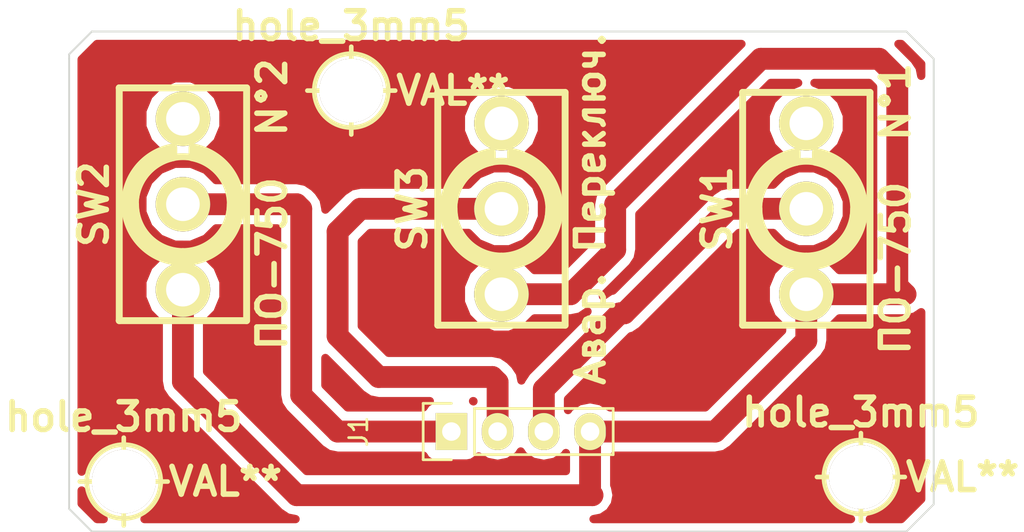
<source format=kicad_pcb>
(kicad_pcb (version 4) (host pcbnew 4.0.0-rc2-stable)

  (general
    (links 6)
    (no_connects 0)
    (area 13.699999 13.949999 61.300001 41.550001)
    (thickness 1.6)
    (drawings 9)
    (tracks 35)
    (zones 0)
    (modules 7)
    (nets 8)
  )

  (page A4 portrait)
  (title_block
    (date 2016-03-30)
  )

  (layers
    (0 F.Cu signal)
    (31 B.Cu signal)
    (32 B.Adhes user)
    (33 F.Adhes user)
    (34 B.Paste user)
    (35 F.Paste user)
    (36 B.SilkS user)
    (37 F.SilkS user)
    (38 B.Mask user)
    (39 F.Mask user)
    (40 Dwgs.User user)
    (41 Cmts.User user)
    (42 Eco1.User user)
    (43 Eco2.User user)
    (44 Edge.Cuts user)
    (45 Margin user)
    (46 B.CrtYd user)
    (47 F.CrtYd user)
    (48 B.Fab user)
    (49 F.Fab user)
  )

  (setup
    (last_trace_width 1.2)
    (trace_clearance 0.5)
    (zone_clearance 0.408)
    (zone_45_only no)
    (trace_min 0.2)
    (segment_width 0.2)
    (edge_width 0.1)
    (via_size 0.6)
    (via_drill 0.4)
    (via_min_size 0.4)
    (via_min_drill 0.3)
    (uvia_size 0.3)
    (uvia_drill 0.1)
    (uvias_allowed no)
    (uvia_min_size 0.2)
    (uvia_min_drill 0.1)
    (pcb_text_width 0.3)
    (pcb_text_size 1.5 1.5)
    (mod_edge_width 0.15)
    (mod_text_size 1 1)
    (mod_text_width 0.15)
    (pad_size 1.5 1.5)
    (pad_drill 0.6)
    (pad_to_mask_clearance 0)
    (aux_axis_origin 0 0)
    (visible_elements 7FFFFFFF)
    (pcbplotparams
      (layerselection 0x00030_80000001)
      (usegerberextensions false)
      (excludeedgelayer true)
      (linewidth 0.100000)
      (plotframeref false)
      (viasonmask false)
      (mode 1)
      (useauxorigin false)
      (hpglpennumber 1)
      (hpglpenspeed 20)
      (hpglpendiameter 15)
      (hpglpenoverlay 2)
      (psnegative false)
      (psa4output false)
      (plotreference true)
      (plotvalue true)
      (plotinvisibletext false)
      (padsonsilk false)
      (subtractmaskfromsilk false)
      (outputformat 1)
      (mirror false)
      (drillshape 0)
      (scaleselection 1)
      (outputdirectory "GERBERS naar dirtyPCBs/"))
  )

  (net 0 "")
  (net 1 /D03)
  (net 2 /D02)
  (net 3 /D01)
  (net 4 /GND)
  (net 5 "Net-(SW1-Pad3)")
  (net 6 "Net-(SW2-Pad3)")
  (net 7 "Net-(SW3-Pad3)")

  (net_class Default "Dit is de standaard class."
    (clearance 0.5)
    (trace_width 1.2)
    (via_dia 0.6)
    (via_drill 0.4)
    (uvia_dia 0.3)
    (uvia_drill 0.1)
    (add_net /D01)
    (add_net /D02)
    (add_net /D03)
    (add_net /GND)
    (add_net "Net-(SW1-Pad3)")
    (add_net "Net-(SW2-Pad3)")
    (add_net "Net-(SW3-Pad3)")
  )

  (module w_details:hole_3mm5 (layer F.Cu) (tedit 0) (tstamp 56FD86D0)
    (at 57.25 38.5)
    (descr "Hole 3.5mm")
    (fp_text reference hole_3mm5 (at 0 -3.556) (layer F.SilkS)
      (effects (font (thickness 0.3048)))
    )
    (fp_text value VAL** (at 5.588 0) (layer F.SilkS)
      (effects (font (thickness 0.3048)))
    )
    (fp_line (start 0 -2.413) (end 0 2.413) (layer F.SilkS) (width 0.254))
    (fp_line (start -2.413 0) (end 2.413 0) (layer F.SilkS) (width 0.254))
    (fp_circle (center 0 0) (end 2.032 0) (layer F.SilkS) (width 0.254))
    (pad 1 thru_hole circle (at 0 0) (size 3.50012 3.50012) (drill 3.50012) (layers *.Cu F.SilkS))
    (model walter/details/hole.wrl
      (at (xyz 0 0 0))
      (scale (xyz 1 1 1))
      (rotate (xyz 0 0 0))
    )
  )

  (module Pin_Headers:Pin_Header_Straight_1x04 (layer F.Cu) (tedit 56FC0837) (tstamp 56FC05A1)
    (at 34.75 36 90)
    (descr "Through hole pin header")
    (tags "pin header")
    (path /56FADC61)
    (fp_text reference J1 (at 0 -5.1 90) (layer F.SilkS)
      (effects (font (size 1 1) (thickness 0.15)))
    )
    (fp_text value HEADER_4 (at 2.75 2.75 180) (layer F.Fab)
      (effects (font (size 1 1) (thickness 0.15)))
    )
    (fp_line (start -1.75 -1.75) (end -1.75 9.4) (layer F.CrtYd) (width 0.05))
    (fp_line (start 1.75 -1.75) (end 1.75 9.4) (layer F.CrtYd) (width 0.05))
    (fp_line (start -1.75 -1.75) (end 1.75 -1.75) (layer F.CrtYd) (width 0.05))
    (fp_line (start -1.75 9.4) (end 1.75 9.4) (layer F.CrtYd) (width 0.05))
    (fp_line (start -1.27 1.27) (end -1.27 8.89) (layer F.SilkS) (width 0.15))
    (fp_line (start 1.27 1.27) (end 1.27 8.89) (layer F.SilkS) (width 0.15))
    (fp_line (start 1.55 -1.55) (end 1.55 0) (layer F.SilkS) (width 0.15))
    (fp_line (start -1.27 8.89) (end 1.27 8.89) (layer F.SilkS) (width 0.15))
    (fp_line (start 1.27 1.27) (end -1.27 1.27) (layer F.SilkS) (width 0.15))
    (fp_line (start -1.55 0) (end -1.55 -1.55) (layer F.SilkS) (width 0.15))
    (fp_line (start -1.55 -1.55) (end 1.55 -1.55) (layer F.SilkS) (width 0.15))
    (pad 1 thru_hole rect (at 0 0 90) (size 2.032 1.7272) (drill 1.016) (layers *.Cu *.Mask F.SilkS)
      (net 1 /D03))
    (pad 2 thru_hole oval (at 0 2.54 90) (size 2.032 1.7272) (drill 1.016) (layers *.Cu *.Mask F.SilkS)
      (net 2 /D02))
    (pad 3 thru_hole oval (at 0 5.08 90) (size 2.032 1.7272) (drill 1.016) (layers *.Cu *.Mask F.SilkS)
      (net 3 /D01))
    (pad 4 thru_hole oval (at 0 7.62 90) (size 2.032 1.7272) (drill 1.016) (layers *.Cu *.Mask F.SilkS)
      (net 4 /GND))
    (model Pin_Headers.3dshapes/Pin_Header_Straight_1x04.wrl
      (at (xyz 0 -0.15 0))
      (scale (xyz 1 1 1))
      (rotate (xyz 0 0 90))
    )
  )

  (module w_switch:switch_100sp5 (layer F.Cu) (tedit 56B8ACCE) (tstamp 56FC05A8)
    (at 54.25 23.75 90)
    (descr "E-Switch 100SP5")
    (path /56FAFEEC)
    (fp_text reference SW1 (at 0 -4.89966 90) (layer F.SilkS)
      (effects (font (thickness 0.3048)))
    )
    (fp_text value "ПО-750  N°1" (at 0 4.89966 90) (layer F.SilkS)
      (effects (font (thickness 0.3048)))
    )
    (fp_line (start 2.60096 0.50038) (end 3.0988 0.50038) (layer F.SilkS) (width 0.37846))
    (fp_line (start 2.60096 -0.50038) (end 3.0988 -0.50038) (layer F.SilkS) (width 0.37846))
    (fp_circle (center 0 0) (end -2.60096 0.29972) (layer F.SilkS) (width 0.37846))
    (fp_arc (start 0 0) (end -0.5207 -2.56032) (angle 90) (layer F.SilkS) (width 0.37846))
    (fp_arc (start 0 0) (end 2.56032 0.48006) (angle 90) (layer F.SilkS) (width 0.37846))
    (fp_arc (start 0 0) (end 2.83972 0.70104) (angle 90) (layer F.SilkS) (width 0.37846))
    (fp_arc (start 0 0) (end -0.70104 -2.82956) (angle 90) (layer F.SilkS) (width 0.37846))
    (fp_arc (start 0 0) (end 0 2.60096) (angle 90) (layer F.SilkS) (width 0.37846))
    (fp_arc (start 0 0) (end -2.60096 0) (angle 90) (layer F.SilkS) (width 0.37846))
    (fp_arc (start 0 0) (end 0 2.90068) (angle 90) (layer F.SilkS) (width 0.37846))
    (fp_arc (start 0 0) (end -2.90068 0) (angle 90) (layer F.SilkS) (width 0.37846))
    (fp_arc (start 0 0) (end 3.15976 0.51054) (angle 90) (layer F.SilkS) (width 0.37846))
    (fp_arc (start 0 0) (end -0.51054 -3.15976) (angle 90) (layer F.SilkS) (width 0.37846))
    (fp_arc (start 0 0) (end 0 3.2004) (angle 90) (layer F.SilkS) (width 0.37846))
    (fp_arc (start 0 0) (end -3.2004 0) (angle 90) (layer F.SilkS) (width 0.37846))
    (fp_line (start -6.4008 -3.49758) (end 6.4008 -3.49758) (layer F.SilkS) (width 0.37846))
    (fp_line (start 6.4008 -3.50012) (end 6.4008 3.50012) (layer F.SilkS) (width 0.37846))
    (fp_line (start 6.4008 3.50012) (end -6.4008 3.50012) (layer F.SilkS) (width 0.37846))
    (fp_line (start -6.4008 3.50012) (end -6.4008 -3.50012) (layer F.SilkS) (width 0.37846))
    (pad 1 thru_hole circle (at -4.699 0 90) (size 2.9972 2.9972) (drill 1.84658) (layers *.Cu *.Mask F.SilkS)
      (net 4 /GND))
    (pad 2 thru_hole circle (at 0 0 90) (size 2.9972 2.9972) (drill 1.84658) (layers *.Cu *.Mask F.SilkS)
      (net 3 /D01))
    (pad 3 thru_hole circle (at 4.699 0 90) (size 2.9972 2.9972) (drill 1.84658) (layers *.Cu *.Mask F.SilkS)
      (net 5 "Net-(SW1-Pad3)"))
    (model walter/switch/switch_100sp5.wrl
      (at (xyz 0 0 0))
      (scale (xyz 1 1 1))
      (rotate (xyz 0 0 0))
    )
  )

  (module w_switch:switch_100sp5 (layer F.Cu) (tedit 56B8ACCE) (tstamp 56FC05AF)
    (at 20 23.5 90)
    (descr "E-Switch 100SP5")
    (path /56FBFEF9)
    (fp_text reference SW2 (at 0 -4.89966 90) (layer F.SilkS)
      (effects (font (thickness 0.3048)))
    )
    (fp_text value "ПО-750  N°2" (at 0 4.89966 90) (layer F.SilkS)
      (effects (font (thickness 0.3048)))
    )
    (fp_line (start 2.60096 0.50038) (end 3.0988 0.50038) (layer F.SilkS) (width 0.37846))
    (fp_line (start 2.60096 -0.50038) (end 3.0988 -0.50038) (layer F.SilkS) (width 0.37846))
    (fp_circle (center 0 0) (end -2.60096 0.29972) (layer F.SilkS) (width 0.37846))
    (fp_arc (start 0 0) (end -0.5207 -2.56032) (angle 90) (layer F.SilkS) (width 0.37846))
    (fp_arc (start 0 0) (end 2.56032 0.48006) (angle 90) (layer F.SilkS) (width 0.37846))
    (fp_arc (start 0 0) (end 2.83972 0.70104) (angle 90) (layer F.SilkS) (width 0.37846))
    (fp_arc (start 0 0) (end -0.70104 -2.82956) (angle 90) (layer F.SilkS) (width 0.37846))
    (fp_arc (start 0 0) (end 0 2.60096) (angle 90) (layer F.SilkS) (width 0.37846))
    (fp_arc (start 0 0) (end -2.60096 0) (angle 90) (layer F.SilkS) (width 0.37846))
    (fp_arc (start 0 0) (end 0 2.90068) (angle 90) (layer F.SilkS) (width 0.37846))
    (fp_arc (start 0 0) (end -2.90068 0) (angle 90) (layer F.SilkS) (width 0.37846))
    (fp_arc (start 0 0) (end 3.15976 0.51054) (angle 90) (layer F.SilkS) (width 0.37846))
    (fp_arc (start 0 0) (end -0.51054 -3.15976) (angle 90) (layer F.SilkS) (width 0.37846))
    (fp_arc (start 0 0) (end 0 3.2004) (angle 90) (layer F.SilkS) (width 0.37846))
    (fp_arc (start 0 0) (end -3.2004 0) (angle 90) (layer F.SilkS) (width 0.37846))
    (fp_line (start -6.4008 -3.49758) (end 6.4008 -3.49758) (layer F.SilkS) (width 0.37846))
    (fp_line (start 6.4008 -3.50012) (end 6.4008 3.50012) (layer F.SilkS) (width 0.37846))
    (fp_line (start 6.4008 3.50012) (end -6.4008 3.50012) (layer F.SilkS) (width 0.37846))
    (fp_line (start -6.4008 3.50012) (end -6.4008 -3.50012) (layer F.SilkS) (width 0.37846))
    (pad 1 thru_hole circle (at -4.699 0 90) (size 2.9972 2.9972) (drill 1.84658) (layers *.Cu *.Mask F.SilkS)
      (net 4 /GND))
    (pad 2 thru_hole circle (at 0 0 90) (size 2.9972 2.9972) (drill 1.84658) (layers *.Cu *.Mask F.SilkS)
      (net 1 /D03))
    (pad 3 thru_hole circle (at 4.699 0 90) (size 2.9972 2.9972) (drill 1.84658) (layers *.Cu *.Mask F.SilkS)
      (net 6 "Net-(SW2-Pad3)"))
    (model walter/switch/switch_100sp5.wrl
      (at (xyz 0 0 0))
      (scale (xyz 1 1 1))
      (rotate (xyz 0 0 0))
    )
  )

  (module w_switch:switch_100sp5 (layer F.Cu) (tedit 56B8ACCE) (tstamp 56FC05B6)
    (at 37.5 23.75 90)
    (descr "E-Switch 100SP5")
    (path /56FC0477)
    (fp_text reference SW3 (at 0 -4.89966 90) (layer F.SilkS)
      (effects (font (thickness 0.3048)))
    )
    (fp_text value "Авар. Переключ." (at 0 4.89966 90) (layer F.SilkS)
      (effects (font (thickness 0.3048)))
    )
    (fp_line (start 2.60096 0.50038) (end 3.0988 0.50038) (layer F.SilkS) (width 0.37846))
    (fp_line (start 2.60096 -0.50038) (end 3.0988 -0.50038) (layer F.SilkS) (width 0.37846))
    (fp_circle (center 0 0) (end -2.60096 0.29972) (layer F.SilkS) (width 0.37846))
    (fp_arc (start 0 0) (end -0.5207 -2.56032) (angle 90) (layer F.SilkS) (width 0.37846))
    (fp_arc (start 0 0) (end 2.56032 0.48006) (angle 90) (layer F.SilkS) (width 0.37846))
    (fp_arc (start 0 0) (end 2.83972 0.70104) (angle 90) (layer F.SilkS) (width 0.37846))
    (fp_arc (start 0 0) (end -0.70104 -2.82956) (angle 90) (layer F.SilkS) (width 0.37846))
    (fp_arc (start 0 0) (end 0 2.60096) (angle 90) (layer F.SilkS) (width 0.37846))
    (fp_arc (start 0 0) (end -2.60096 0) (angle 90) (layer F.SilkS) (width 0.37846))
    (fp_arc (start 0 0) (end 0 2.90068) (angle 90) (layer F.SilkS) (width 0.37846))
    (fp_arc (start 0 0) (end -2.90068 0) (angle 90) (layer F.SilkS) (width 0.37846))
    (fp_arc (start 0 0) (end 3.15976 0.51054) (angle 90) (layer F.SilkS) (width 0.37846))
    (fp_arc (start 0 0) (end -0.51054 -3.15976) (angle 90) (layer F.SilkS) (width 0.37846))
    (fp_arc (start 0 0) (end 0 3.2004) (angle 90) (layer F.SilkS) (width 0.37846))
    (fp_arc (start 0 0) (end -3.2004 0) (angle 90) (layer F.SilkS) (width 0.37846))
    (fp_line (start -6.4008 -3.49758) (end 6.4008 -3.49758) (layer F.SilkS) (width 0.37846))
    (fp_line (start 6.4008 -3.50012) (end 6.4008 3.50012) (layer F.SilkS) (width 0.37846))
    (fp_line (start 6.4008 3.50012) (end -6.4008 3.50012) (layer F.SilkS) (width 0.37846))
    (fp_line (start -6.4008 3.50012) (end -6.4008 -3.50012) (layer F.SilkS) (width 0.37846))
    (pad 1 thru_hole circle (at -4.699 0 90) (size 2.9972 2.9972) (drill 1.84658) (layers *.Cu *.Mask F.SilkS)
      (net 4 /GND))
    (pad 2 thru_hole circle (at 0 0 90) (size 2.9972 2.9972) (drill 1.84658) (layers *.Cu *.Mask F.SilkS)
      (net 2 /D02))
    (pad 3 thru_hole circle (at 4.699 0 90) (size 2.9972 2.9972) (drill 1.84658) (layers *.Cu *.Mask F.SilkS)
      (net 7 "Net-(SW3-Pad3)"))
    (model walter/switch/switch_100sp5.wrl
      (at (xyz 0 0 0))
      (scale (xyz 1 1 1))
      (rotate (xyz 0 0 0))
    )
  )

  (module w_details:hole_3mm5 (layer F.Cu) (tedit 0) (tstamp 56FD86B9)
    (at 16.75 38.75)
    (descr "Hole 3.5mm")
    (fp_text reference hole_3mm5 (at 0 -3.556) (layer F.SilkS)
      (effects (font (thickness 0.3048)))
    )
    (fp_text value VAL** (at 5.588 0) (layer F.SilkS)
      (effects (font (thickness 0.3048)))
    )
    (fp_line (start 0 -2.413) (end 0 2.413) (layer F.SilkS) (width 0.254))
    (fp_line (start -2.413 0) (end 2.413 0) (layer F.SilkS) (width 0.254))
    (fp_circle (center 0 0) (end 2.032 0) (layer F.SilkS) (width 0.254))
    (pad 1 thru_hole circle (at 0 0) (size 3.50012 3.50012) (drill 3.50012) (layers *.Cu F.SilkS))
    (model walter/details/hole.wrl
      (at (xyz 0 0 0))
      (scale (xyz 1 1 1))
      (rotate (xyz 0 0 0))
    )
  )

  (module w_details:hole_3mm5 (layer F.Cu) (tedit 0) (tstamp 56FD86F6)
    (at 29.25 17.25)
    (descr "Hole 3.5mm")
    (fp_text reference hole_3mm5 (at 0 -3.556) (layer F.SilkS)
      (effects (font (thickness 0.3048)))
    )
    (fp_text value VAL** (at 5.588 0) (layer F.SilkS)
      (effects (font (thickness 0.3048)))
    )
    (fp_line (start 0 -2.413) (end 0 2.413) (layer F.SilkS) (width 0.254))
    (fp_line (start -2.413 0) (end 2.413 0) (layer F.SilkS) (width 0.254))
    (fp_circle (center 0 0) (end 2.032 0) (layer F.SilkS) (width 0.254))
    (pad 1 thru_hole circle (at 0 0) (size 3.50012 3.50012) (drill 3.50012) (layers *.Cu F.SilkS))
    (model walter/details/hole.wrl
      (at (xyz 0 0 0))
      (scale (xyz 1 1 1))
      (rotate (xyz 0 0 0))
    )
  )

  (gr_line (start 13.75 15.5) (end 13.75 40.25) (angle 90) (layer Edge.Cuts) (width 0.1))
  (gr_line (start 13.75 15.25) (end 13.75 15.5) (angle 90) (layer Edge.Cuts) (width 0.1))
  (gr_line (start 15 14) (end 13.75 15.25) (angle 90) (layer Edge.Cuts) (width 0.1))
  (gr_line (start 15 41.5) (end 13.75 40.25) (angle 90) (layer Edge.Cuts) (width 0.1))
  (gr_line (start 59.75 41.5) (end 15 41.5) (angle 90) (layer Edge.Cuts) (width 0.1))
  (gr_line (start 61.25 40) (end 59.75 41.5) (angle 90) (layer Edge.Cuts) (width 0.1))
  (gr_line (start 61.25 15.5) (end 61.25 40) (angle 90) (layer Edge.Cuts) (width 0.1))
  (gr_line (start 59.75 14) (end 61.25 15.5) (angle 90) (layer Edge.Cuts) (width 0.1))
  (gr_line (start 15 14) (end 59.75 14) (angle 90) (layer Edge.Cuts) (width 0.1))

  (segment (start 34.75 36) (end 28.5 36) (width 1.2) (layer F.Cu) (net 1))
  (segment (start 26.25 23.5) (end 20 23.5) (width 1.2) (layer F.Cu) (net 1) (tstamp 56FC39D1))
  (segment (start 26.5 23.75) (end 26.25 23.5) (width 1.2) (layer F.Cu) (net 1) (tstamp 56FC39CC))
  (segment (start 26.5 34) (end 26.5 23.75) (width 1.2) (layer F.Cu) (net 1) (tstamp 56FC39CB))
  (segment (start 28.5 36) (end 26.5 34) (width 1.2) (layer F.Cu) (net 1) (tstamp 56FC39C9))
  (segment (start 37.5 23.75) (end 29.75 23.75) (width 1.2) (layer F.Cu) (net 2))
  (segment (start 37.29 33.29) (end 37.29 36) (width 1.2) (layer F.Cu) (net 2) (tstamp 56FC39EB))
  (segment (start 37 33) (end 37.29 33.29) (width 1.2) (layer F.Cu) (net 2) (tstamp 56FC39E6))
  (segment (start 30.75 33) (end 37 33) (width 1.2) (layer F.Cu) (net 2) (tstamp 56FC39E0))
  (segment (start 28.5 30.75) (end 30.75 33) (width 1.2) (layer F.Cu) (net 2) (tstamp 56FC39DD))
  (segment (start 28.5 25) (end 28.5 30.75) (width 1.2) (layer F.Cu) (net 2) (tstamp 56FC39D8))
  (segment (start 29.75 23.75) (end 28.5 25) (width 1.2) (layer F.Cu) (net 2) (tstamp 56FC39D7))
  (segment (start 54.25 23.75) (end 50 23.75) (width 1.2) (layer F.Cu) (net 3))
  (segment (start 39.83 33.67) (end 39.83 36) (width 1.2) (layer F.Cu) (net 3) (tstamp 56FC3888))
  (segment (start 44 29.5) (end 39.83 33.67) (width 1.2) (layer F.Cu) (net 3) (tstamp 56FC3883))
  (segment (start 44.25 29.5) (end 44 29.5) (width 1.2) (layer F.Cu) (net 3) (tstamp 56FC387F))
  (segment (start 50 23.75) (end 44.25 29.5) (width 1.2) (layer F.Cu) (net 3) (tstamp 56FC387E))
  (segment (start 54.25 28.449) (end 59.699 28.449) (width 1.2) (layer F.Cu) (net 4))
  (segment (start 41.301 28.449) (end 37.5 28.449) (width 1.2) (layer F.Cu) (net 4) (tstamp 56FD7D1F))
  (segment (start 43.75 26) (end 41.301 28.449) (width 1.2) (layer F.Cu) (net 4) (tstamp 56FD7D1C))
  (segment (start 43.75 23.5) (end 43.75 26) (width 1.2) (layer F.Cu) (net 4) (tstamp 56FD7D1B))
  (segment (start 51.75 15.5) (end 43.75 23.5) (width 1.2) (layer F.Cu) (net 4) (tstamp 56FD7D16))
  (segment (start 58.25 15.5) (end 51.75 15.5) (width 1.2) (layer F.Cu) (net 4) (tstamp 56FD7D13))
  (segment (start 59.25 16.5) (end 58.25 15.5) (width 1.2) (layer F.Cu) (net 4) (tstamp 56FD7D11))
  (segment (start 59.25 28) (end 59.25 16.5) (width 1.2) (layer F.Cu) (net 4) (tstamp 56FD7D0F))
  (segment (start 59.699 28.449) (end 59.25 28) (width 1.2) (layer F.Cu) (net 4) (tstamp 56FD7D0D))
  (segment (start 20 28.199) (end 20 33.25) (width 1.2) (layer F.Cu) (net 4))
  (segment (start 42.37 39.37) (end 42.37 36) (width 1.2) (layer F.Cu) (net 4) (tstamp 56FC391D))
  (segment (start 42.5 39.5) (end 42.37 39.37) (width 1.2) (layer F.Cu) (net 4) (tstamp 56FC391C))
  (segment (start 26.25 39.5) (end 42.5 39.5) (width 1.2) (layer F.Cu) (net 4) (tstamp 56FC3915))
  (segment (start 20 33.25) (end 26.25 39.5) (width 1.2) (layer F.Cu) (net 4) (tstamp 56FC3912))
  (segment (start 54.25 28.449) (end 54.25 31) (width 1.2) (layer F.Cu) (net 4))
  (segment (start 49.25 36) (end 42.37 36) (width 1.2) (layer F.Cu) (net 4) (tstamp 56FC3892))
  (segment (start 54.25 31) (end 49.25 36) (width 1.2) (layer F.Cu) (net 4) (tstamp 56FC3890))
  (segment (start 42.37 36) (end 42.62 35.75) (width 0.45) (layer F.Cu) (net 4) (tstamp 56FC078F))

  (zone (net 0) (net_name "") (layer F.Cu) (tstamp 56FD7D55) (hatch edge 0.508)
    (connect_pads (clearance 0.408))
    (min_thickness 0.454)
    (fill yes (arc_segments 16) (thermal_gap 0.508) (thermal_bridge_width 0.508))
    (polygon
      (pts
        (xy 61.25 15.5) (xy 61.25 40) (xy 59.75 41.5) (xy 15 41.5) (xy 13.75 40.25)
        (xy 13.75 15.25) (xy 15 14) (xy 59.75 14) (xy 61.25 15.5)
      )
    )
    (filled_polygon
      (pts
        (xy 60.565 39.716264) (xy 59.466264 40.815) (xy 57.741382 40.815) (xy 57.836324 40.775771) (xy 58.516985 40.515855)
        (xy 58.627554 40.441975) (xy 58.648822 40.391908) (xy 59.143406 39.898185) (xy 59.191975 39.877554) (xy 59.214487 39.827228)
        (xy 59.221754 39.819974) (xy 59.273797 39.69464) (xy 59.571318 39.029532) (xy 59.572858 38.974425) (xy 59.576796 38.96494)
        (xy 59.576914 38.829205) (xy 59.597261 38.100893) (xy 59.577595 38.049392) (xy 59.577604 38.039122) (xy 59.525771 37.913676)
        (xy 59.265855 37.233015) (xy 59.191975 37.122446) (xy 59.141908 37.101178) (xy 58.648185 36.606594) (xy 58.627554 36.558025)
        (xy 58.577228 36.535513) (xy 58.569974 36.528246) (xy 58.44464 36.476203) (xy 57.779532 36.178682) (xy 57.724425 36.177142)
        (xy 57.71494 36.173204) (xy 57.579205 36.173086) (xy 56.850893 36.152739) (xy 56.799392 36.172405) (xy 56.789122 36.172396)
        (xy 56.663676 36.224229) (xy 55.983015 36.484145) (xy 55.872446 36.558025) (xy 55.851178 36.608092) (xy 55.356594 37.101815)
        (xy 55.308025 37.122446) (xy 55.285513 37.172772) (xy 55.278246 37.180026) (xy 55.226203 37.30536) (xy 54.928682 37.970468)
        (xy 54.927142 38.025575) (xy 54.923204 38.03506) (xy 54.923086 38.170795) (xy 54.902739 38.899107) (xy 54.922405 38.950608)
        (xy 54.922396 38.960878) (xy 54.974229 39.086324) (xy 55.234145 39.766985) (xy 55.308025 39.877554) (xy 55.358092 39.898822)
        (xy 55.851815 40.393406) (xy 55.872446 40.441975) (xy 55.922772 40.464487) (xy 55.930026 40.471754) (xy 56.05536 40.523797)
        (xy 56.706344 40.815) (xy 42.560332 40.815) (xy 43.007821 40.725988) (xy 43.438331 40.438331) (xy 43.725988 40.007821)
        (xy 43.827001 39.5) (xy 43.725988 38.992179) (xy 43.697 38.948795) (xy 43.697 37.327) (xy 49.25 37.327)
        (xy 49.757821 37.225988) (xy 50.188331 36.938331) (xy 55.188331 31.938331) (xy 55.475988 31.507821) (xy 55.577001 31)
        (xy 55.577 30.999995) (xy 55.577 30.269045) (xy 56.070906 29.776) (xy 59.698995 29.776) (xy 59.699 29.776001)
        (xy 60.206821 29.674988) (xy 60.565 29.435661)
      )
    )
    (filled_polygon
      (pts
        (xy 14.474229 39.336324) (xy 14.734145 40.016985) (xy 14.808025 40.127554) (xy 14.858092 40.148822) (xy 15.351815 40.643406)
        (xy 15.372446 40.691975) (xy 15.422772 40.714487) (xy 15.430026 40.721754) (xy 15.55536 40.773797) (xy 15.647469 40.815)
        (xy 15.283736 40.815) (xy 14.435 39.966264) (xy 14.435 39.241382)
      )
    )
    (filled_polygon
      (pts
        (xy 42.811669 22.561669) (xy 42.524012 22.992179) (xy 42.423 23.5) (xy 42.423 25.450338) (xy 40.751338 27.122)
        (xy 39.320045 27.122) (xy 38.762347 26.563328) (xy 37.944641 26.223787) (xy 37.059243 26.223015) (xy 36.240946 26.561128)
        (xy 35.614328 27.186653) (xy 35.274787 28.004359) (xy 35.274015 28.889757) (xy 35.612128 29.708054) (xy 36.237653 30.334672)
        (xy 37.055359 30.674213) (xy 37.940757 30.674985) (xy 38.759054 30.336872) (xy 39.320906 29.776) (xy 41.301 29.776)
        (xy 41.808821 29.674988) (xy 42.229316 29.394023) (xy 38.891669 32.731669) (xy 38.604012 33.162179) (xy 38.597793 33.193442)
        (xy 38.515988 32.782179) (xy 38.228331 32.351669) (xy 37.938331 32.061669) (xy 37.507821 31.774012) (xy 37 31.673)
        (xy 31.299661 31.673) (xy 29.827 30.200338) (xy 29.827 25.549662) (xy 30.299662 25.077) (xy 35.679955 25.077)
        (xy 36.237653 25.635672) (xy 37.055359 25.975213) (xy 37.940757 25.975985) (xy 38.759054 25.637872) (xy 39.385672 25.012347)
        (xy 39.725213 24.194641) (xy 39.725985 23.309243) (xy 39.387872 22.490946) (xy 38.762347 21.864328) (xy 37.944641 21.524787)
        (xy 37.059243 21.524015) (xy 36.240946 21.862128) (xy 35.679094 22.423) (xy 29.75 22.423) (xy 29.242179 22.524012)
        (xy 28.811669 22.811669) (xy 27.827 23.796338) (xy 27.827 23.75) (xy 27.725988 23.242179) (xy 27.438331 22.811669)
        (xy 27.438328 22.811667) (xy 27.188331 22.561669) (xy 26.757821 22.274012) (xy 26.25 22.173) (xy 21.820045 22.173)
        (xy 21.262347 21.614328) (xy 20.444641 21.274787) (xy 19.559243 21.274015) (xy 18.740946 21.612128) (xy 18.114328 22.237653)
        (xy 17.774787 23.055359) (xy 17.774015 23.940757) (xy 18.112128 24.759054) (xy 18.737653 25.385672) (xy 19.555359 25.725213)
        (xy 20.440757 25.725985) (xy 21.259054 25.387872) (xy 21.820906 24.827) (xy 25.173 24.827) (xy 25.173 34)
        (xy 25.274012 34.507821) (xy 25.561669 34.938331) (xy 27.561669 36.938331) (xy 27.992179 37.225988) (xy 28.5 37.327)
        (xy 33.222613 37.327) (xy 33.355072 37.532846) (xy 33.598015 37.698843) (xy 33.8864 37.757242) (xy 35.6136 37.757242)
        (xy 35.88301 37.706549) (xy 36.130446 37.547328) (xy 36.252099 37.369284) (xy 36.681304 37.65607) (xy 37.29 37.777147)
        (xy 37.898696 37.65607) (xy 38.414724 37.311271) (xy 38.56 37.09385) (xy 38.705276 37.311271) (xy 39.221304 37.65607)
        (xy 39.83 37.777147) (xy 40.438696 37.65607) (xy 40.954724 37.311271) (xy 41.043 37.179157) (xy 41.043 38.173)
        (xy 26.799662 38.173) (xy 21.327 32.700338) (xy 21.327 30.019045) (xy 21.885672 29.461347) (xy 22.225213 28.643641)
        (xy 22.225985 27.758243) (xy 21.887872 26.939946) (xy 21.262347 26.313328) (xy 20.444641 25.973787) (xy 19.559243 25.973015)
        (xy 18.740946 26.311128) (xy 18.114328 26.936653) (xy 17.774787 27.754359) (xy 17.774015 28.639757) (xy 18.112128 29.458054)
        (xy 18.673 30.019906) (xy 18.673 33.25) (xy 18.774012 33.757821) (xy 19.061669 34.188331) (xy 25.311669 40.438331)
        (xy 25.742179 40.725988) (xy 26.189668 40.815) (xy 17.888285 40.815) (xy 18.016985 40.765855) (xy 18.127554 40.691975)
        (xy 18.148822 40.641908) (xy 18.643406 40.148185) (xy 18.691975 40.127554) (xy 18.714487 40.077228) (xy 18.721754 40.069974)
        (xy 18.773797 39.94464) (xy 19.071318 39.279532) (xy 19.072858 39.224425) (xy 19.076796 39.21494) (xy 19.076914 39.079205)
        (xy 19.097261 38.350893) (xy 19.077595 38.299392) (xy 19.077604 38.289122) (xy 19.025771 38.163676) (xy 18.765855 37.483015)
        (xy 18.691975 37.372446) (xy 18.641908 37.351178) (xy 18.148185 36.856594) (xy 18.127554 36.808025) (xy 18.077228 36.785513)
        (xy 18.069974 36.778246) (xy 17.94464 36.726203) (xy 17.279532 36.428682) (xy 17.224425 36.427142) (xy 17.21494 36.423204)
        (xy 17.079205 36.423086) (xy 16.350893 36.402739) (xy 16.299392 36.422405) (xy 16.289122 36.422396) (xy 16.163676 36.474229)
        (xy 15.483015 36.734145) (xy 15.372446 36.808025) (xy 15.351178 36.858092) (xy 14.856594 37.351815) (xy 14.808025 37.372446)
        (xy 14.785513 37.422772) (xy 14.778246 37.430026) (xy 14.726203 37.55536) (xy 14.435 38.206344) (xy 14.435 19.241757)
        (xy 17.774015 19.241757) (xy 18.112128 20.060054) (xy 18.737653 20.686672) (xy 19.555359 21.026213) (xy 20.440757 21.026985)
        (xy 21.259054 20.688872) (xy 21.885672 20.063347) (xy 22.225213 19.245641) (xy 22.225985 18.360243) (xy 21.93215 17.649107)
        (xy 26.902739 17.649107) (xy 26.922405 17.700608) (xy 26.922396 17.710878) (xy 26.974229 17.836324) (xy 27.234145 18.516985)
        (xy 27.308025 18.627554) (xy 27.358092 18.648822) (xy 27.851815 19.143406) (xy 27.872446 19.191975) (xy 27.922772 19.214487)
        (xy 27.930026 19.221754) (xy 28.05536 19.273797) (xy 28.720468 19.571318) (xy 28.775575 19.572858) (xy 28.78506 19.576796)
        (xy 28.920795 19.576914) (xy 29.649107 19.597261) (xy 29.700608 19.577595) (xy 29.710878 19.577604) (xy 29.836324 19.525771)
        (xy 29.925398 19.491757) (xy 35.274015 19.491757) (xy 35.612128 20.310054) (xy 36.237653 20.936672) (xy 37.055359 21.276213)
        (xy 37.940757 21.276985) (xy 38.759054 20.938872) (xy 39.385672 20.313347) (xy 39.725213 19.495641) (xy 39.725985 18.610243)
        (xy 39.387872 17.791946) (xy 38.762347 17.165328) (xy 37.944641 16.825787) (xy 37.059243 16.825015) (xy 36.240946 17.163128)
        (xy 35.614328 17.788653) (xy 35.274787 18.606359) (xy 35.274015 19.491757) (xy 29.925398 19.491757) (xy 30.516985 19.265855)
        (xy 30.627554 19.191975) (xy 30.648822 19.141908) (xy 31.143406 18.648185) (xy 31.191975 18.627554) (xy 31.214487 18.577228)
        (xy 31.221754 18.569974) (xy 31.273797 18.44464) (xy 31.571318 17.779532) (xy 31.572858 17.724425) (xy 31.576796 17.71494)
        (xy 31.576914 17.579205) (xy 31.597261 16.850893) (xy 31.577595 16.799392) (xy 31.577604 16.789122) (xy 31.525771 16.663676)
        (xy 31.265855 15.983015) (xy 31.191975 15.872446) (xy 31.141908 15.851178) (xy 30.648185 15.356594) (xy 30.627554 15.308025)
        (xy 30.577228 15.285513) (xy 30.569974 15.278246) (xy 30.44464 15.226203) (xy 29.779532 14.928682) (xy 29.724425 14.927142)
        (xy 29.71494 14.923204) (xy 29.579205 14.923086) (xy 28.850893 14.902739) (xy 28.799392 14.922405) (xy 28.789122 14.922396)
        (xy 28.663676 14.974229) (xy 27.983015 15.234145) (xy 27.872446 15.308025) (xy 27.851178 15.358092) (xy 27.356594 15.851815)
        (xy 27.308025 15.872446) (xy 27.285513 15.922772) (xy 27.278246 15.930026) (xy 27.226203 16.05536) (xy 26.928682 16.720468)
        (xy 26.927142 16.775575) (xy 26.923204 16.78506) (xy 26.923086 16.920795) (xy 26.902739 17.649107) (xy 21.93215 17.649107)
        (xy 21.887872 17.541946) (xy 21.262347 16.915328) (xy 20.444641 16.575787) (xy 19.559243 16.575015) (xy 18.740946 16.913128)
        (xy 18.114328 17.538653) (xy 17.774787 18.356359) (xy 17.774015 19.241757) (xy 14.435 19.241757) (xy 14.435 15.533736)
        (xy 15.283736 14.685) (xy 50.688339 14.685)
      )
    )
    (filled_polygon
      (pts
        (xy 52.990946 17.163128) (xy 52.364328 17.788653) (xy 52.024787 18.606359) (xy 52.024015 19.491757) (xy 52.362128 20.310054)
        (xy 52.987653 20.936672) (xy 53.805359 21.276213) (xy 54.690757 21.276985) (xy 55.509054 20.938872) (xy 56.135672 20.313347)
        (xy 56.475213 19.495641) (xy 56.475985 18.610243) (xy 56.137872 17.791946) (xy 55.512347 17.165328) (xy 54.697562 16.827)
        (xy 57.700338 16.827) (xy 57.923 17.049661) (xy 57.923 27.122) (xy 56.070045 27.122) (xy 55.512347 26.563328)
        (xy 54.694641 26.223787) (xy 53.809243 26.223015) (xy 52.990946 26.561128) (xy 52.364328 27.186653) (xy 52.024787 28.004359)
        (xy 52.024015 28.889757) (xy 52.362128 29.708054) (xy 52.923 30.269906) (xy 52.923 30.450338) (xy 48.700338 34.673)
        (xy 43.471184 34.673) (xy 42.978696 34.34393) (xy 42.37 34.222853) (xy 41.761304 34.34393) (xy 41.245276 34.688729)
        (xy 41.157 34.820843) (xy 41.157 34.219662) (xy 44.624068 30.752593) (xy 44.757821 30.725988) (xy 45.188331 30.438331)
        (xy 50.549662 25.077) (xy 52.429955 25.077) (xy 52.987653 25.635672) (xy 53.805359 25.975213) (xy 54.690757 25.975985)
        (xy 55.509054 25.637872) (xy 56.135672 25.012347) (xy 56.475213 24.194641) (xy 56.475985 23.309243) (xy 56.137872 22.490946)
        (xy 55.512347 21.864328) (xy 54.694641 21.524787) (xy 53.809243 21.524015) (xy 52.990946 21.862128) (xy 52.429094 22.423)
        (xy 50 22.423) (xy 49.492179 22.524012) (xy 49.061669 22.811669) (xy 43.625931 28.247407) (xy 43.576433 28.257253)
        (xy 43.492179 28.274012) (xy 43.071686 28.554976) (xy 44.688331 26.938331) (xy 44.975988 26.507821) (xy 45.077 26)
        (xy 45.077 24.049662) (xy 52.299661 16.827) (xy 53.804439 16.827)
      )
    )
    (filled_polygon
      (pts
        (xy 29.811667 33.938328) (xy 29.811669 33.938331) (xy 30.242179 34.225988) (xy 30.326433 34.242747) (xy 30.75 34.327001)
        (xy 30.750005 34.327) (xy 33.564853 34.327) (xy 33.369554 34.452672) (xy 33.219009 34.673) (xy 29.049662 34.673)
        (xy 27.827 33.450338) (xy 27.827 31.953662)
      )
    )
    (filled_polygon
      (pts
        (xy 35.963 34.342847) (xy 35.939807 34.327) (xy 35.963 34.327)
      )
    )
    (filled_polygon
      (pts
        (xy 60.565 15.783736) (xy 60.565 16.439668) (xy 60.475988 15.99218) (xy 60.475988 15.992179) (xy 60.188331 15.561669)
        (xy 60.188328 15.561667) (xy 59.311662 14.685) (xy 59.466264 14.685)
      )
    )
  )
)

</source>
